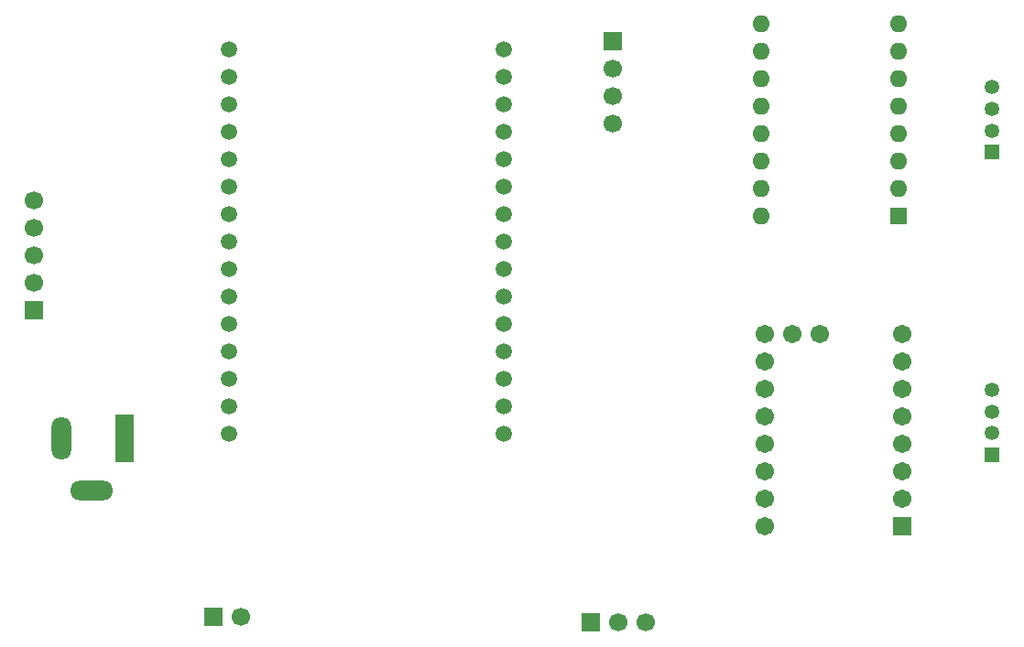
<source format=gbr>
%TF.GenerationSoftware,KiCad,Pcbnew,9.0.3*%
%TF.CreationDate,2025-08-14T15:00:20+02:00*%
%TF.ProjectId,Spool_Roller,53706f6f-6c5f-4526-9f6c-6c65722e6b69,rev?*%
%TF.SameCoordinates,Original*%
%TF.FileFunction,Soldermask,Bot*%
%TF.FilePolarity,Negative*%
%FSLAX46Y46*%
G04 Gerber Fmt 4.6, Leading zero omitted, Abs format (unit mm)*
G04 Created by KiCad (PCBNEW 9.0.3) date 2025-08-14 15:00:20*
%MOMM*%
%LPD*%
G01*
G04 APERTURE LIST*
G04 Aperture macros list*
%AMRoundRect*
0 Rectangle with rounded corners*
0 $1 Rounding radius*
0 $2 $3 $4 $5 $6 $7 $8 $9 X,Y pos of 4 corners*
0 Add a 4 corners polygon primitive as box body*
4,1,4,$2,$3,$4,$5,$6,$7,$8,$9,$2,$3,0*
0 Add four circle primitives for the rounded corners*
1,1,$1+$1,$2,$3*
1,1,$1+$1,$4,$5*
1,1,$1+$1,$6,$7*
1,1,$1+$1,$8,$9*
0 Add four rect primitives between the rounded corners*
20,1,$1+$1,$2,$3,$4,$5,0*
20,1,$1+$1,$4,$5,$6,$7,0*
20,1,$1+$1,$6,$7,$8,$9,0*
20,1,$1+$1,$8,$9,$2,$3,0*%
G04 Aperture macros list end*
%ADD10R,1.700000X1.700000*%
%ADD11C,1.700000*%
%ADD12R,1.350000X1.350000*%
%ADD13C,1.350000*%
%ADD14R,1.600000X1.600000*%
%ADD15O,1.600000X1.600000*%
%ADD16RoundRect,0.102000X0.754000X0.754000X-0.754000X0.754000X-0.754000X-0.754000X0.754000X-0.754000X0*%
%ADD17C,1.712000*%
%ADD18C,1.500000*%
%ADD19R,1.800000X4.400000*%
%ADD20O,1.800000X4.000000*%
%ADD21O,4.000000X1.800000*%
G04 APERTURE END LIST*
D10*
%TO.C,SH1106_Display1*%
X107925000Y-54700000D03*
D11*
X107925000Y-57240000D03*
X107925000Y-59780000D03*
X107925000Y-62320000D03*
%TD*%
D12*
%TO.C,ROLL1*%
X143000000Y-93000000D03*
D13*
X143000000Y-91000000D03*
X143000000Y-89000000D03*
X143000000Y-87000000D03*
%TD*%
D10*
%TO.C,J3*%
X71000000Y-108000000D03*
D11*
X73540000Y-108000000D03*
%TD*%
D10*
%TO.C,U3*%
X105920000Y-108500000D03*
D11*
X108460000Y-108500000D03*
X111000000Y-108500000D03*
%TD*%
D12*
%TO.C,GUIDE1*%
X143000000Y-65000000D03*
D13*
X143000000Y-63000000D03*
X143000000Y-61000000D03*
X143000000Y-59000000D03*
%TD*%
D14*
%TO.C,A1*%
X134340000Y-70890000D03*
D15*
X134340000Y-68350000D03*
X134340000Y-65810000D03*
X134340000Y-63270000D03*
X134340000Y-60730000D03*
X134340000Y-58190000D03*
X134340000Y-55650000D03*
X134340000Y-53110000D03*
X121640000Y-53110000D03*
X121640000Y-55650000D03*
X121640000Y-58190000D03*
X121640000Y-60730000D03*
X121640000Y-63270000D03*
X121640000Y-65810000D03*
X121640000Y-68350000D03*
X121640000Y-70890000D03*
%TD*%
D16*
%TO.C,U2*%
X134700000Y-99580000D03*
D17*
X134700000Y-97040000D03*
X134700000Y-94500000D03*
X134700000Y-91960000D03*
X134700000Y-89420000D03*
X134700000Y-86880000D03*
X134700000Y-84340000D03*
X134700000Y-81800000D03*
X122000000Y-99580000D03*
X122000000Y-97040000D03*
X122000000Y-94500000D03*
X122000000Y-91960000D03*
X122000000Y-89420000D03*
X122000000Y-86880000D03*
X122000000Y-84340000D03*
X122000000Y-81800000D03*
X127080000Y-81800000D03*
X124540000Y-81800000D03*
%TD*%
D10*
%TO.C,J1*%
X54400000Y-79660000D03*
D11*
X54400000Y-77120000D03*
X54400000Y-74580000D03*
X54400000Y-72040000D03*
X54400000Y-69500000D03*
%TD*%
D18*
%TO.C,U1*%
X72500000Y-91060000D03*
X72500000Y-88520000D03*
X72500000Y-85980000D03*
X72500000Y-83440000D03*
X72500000Y-80900000D03*
X72500000Y-78360000D03*
X72500000Y-75820000D03*
X72500000Y-73280000D03*
X72500000Y-70740000D03*
X72500000Y-68200000D03*
X72500000Y-65660000D03*
X72500000Y-63120000D03*
X72500000Y-60580000D03*
X72500000Y-58040000D03*
X72500000Y-55500000D03*
X97900000Y-91060000D03*
X97900000Y-88520000D03*
X97900000Y-85980000D03*
X97900000Y-83440000D03*
X97900000Y-80900000D03*
X97900000Y-78360000D03*
X97900000Y-75820000D03*
X97900000Y-73280000D03*
X97900000Y-70740000D03*
X97900000Y-68200000D03*
X97900000Y-65660000D03*
X97900000Y-63120000D03*
X97900000Y-60580000D03*
X97900000Y-58040000D03*
X97900000Y-55500000D03*
%TD*%
D19*
%TO.C,J4*%
X62800000Y-91500000D03*
D20*
X57000000Y-91500000D03*
D21*
X59800000Y-96300000D03*
%TD*%
M02*

</source>
